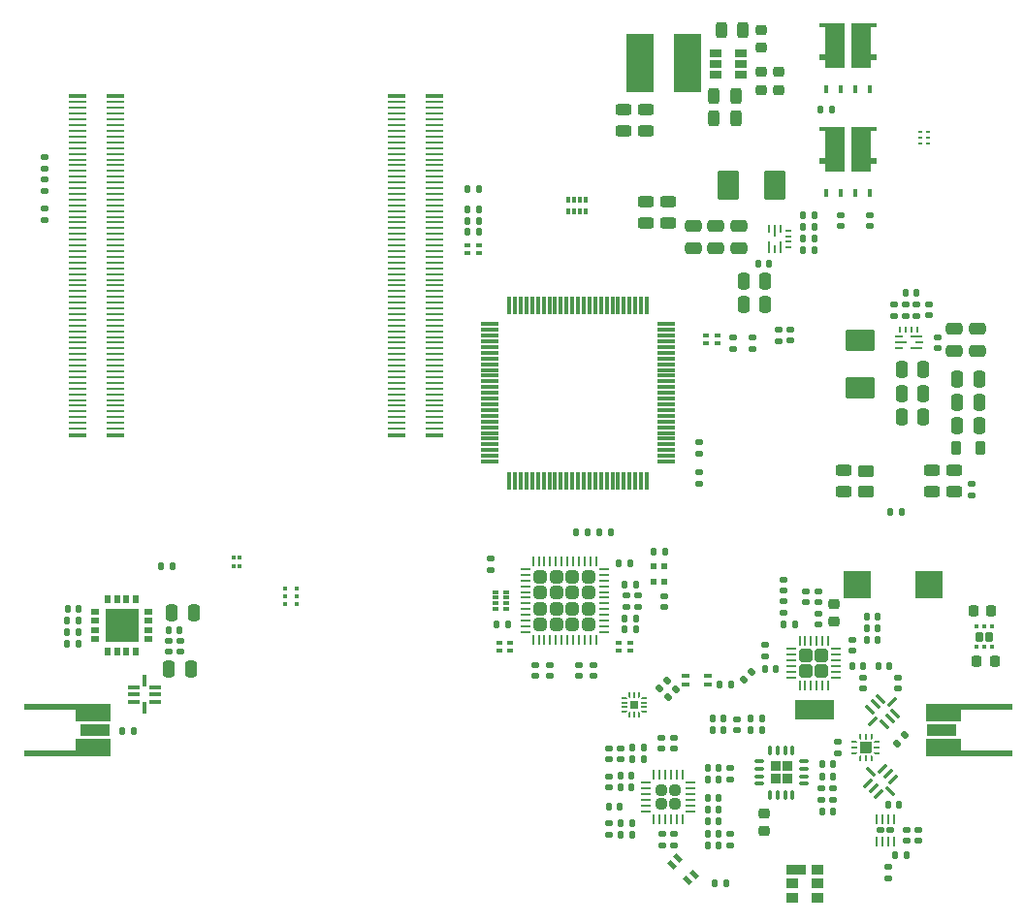
<source format=gtp>
G04 #@! TF.GenerationSoftware,KiCad,Pcbnew,7.0.0-da2b9df05c~171~ubuntu22.04.1*
G04 #@! TF.CreationDate,2023-04-06T22:28:54+03:00*
G04 #@! TF.ProjectId,satnogs-comms,7361746e-6f67-4732-9d63-6f6d6d732e6b,rev?*
G04 #@! TF.SameCoordinates,Original*
G04 #@! TF.FileFunction,Paste,Top*
G04 #@! TF.FilePolarity,Positive*
%FSLAX46Y46*%
G04 Gerber Fmt 4.6, Leading zero omitted, Abs format (unit mm)*
G04 Created by KiCad (PCBNEW 7.0.0-da2b9df05c~171~ubuntu22.04.1) date 2023-04-06 22:28:54*
%MOMM*%
%LPD*%
G01*
G04 APERTURE LIST*
G04 Aperture macros list*
%AMRoundRect*
0 Rectangle with rounded corners*
0 $1 Rounding radius*
0 $2 $3 $4 $5 $6 $7 $8 $9 X,Y pos of 4 corners*
0 Add a 4 corners polygon primitive as box body*
4,1,4,$2,$3,$4,$5,$6,$7,$8,$9,$2,$3,0*
0 Add four circle primitives for the rounded corners*
1,1,$1+$1,$2,$3*
1,1,$1+$1,$4,$5*
1,1,$1+$1,$6,$7*
1,1,$1+$1,$8,$9*
0 Add four rect primitives between the rounded corners*
20,1,$1+$1,$2,$3,$4,$5,0*
20,1,$1+$1,$4,$5,$6,$7,0*
20,1,$1+$1,$6,$7,$8,$9,0*
20,1,$1+$1,$8,$9,$2,$3,0*%
%AMRotRect*
0 Rectangle, with rotation*
0 The origin of the aperture is its center*
0 $1 length*
0 $2 width*
0 $3 Rotation angle, in degrees counterclockwise*
0 Add horizontal line*
21,1,$1,$2,0,0,$3*%
%AMFreePoly0*
4,1,7,1.500000,-0.775000,-1.500000,-0.775000,-1.500000,0.225000,-6.000000,0.225000,-6.000000,0.775000,1.500000,0.775000,1.500000,-0.775000,1.500000,-0.775000,$1*%
%AMFreePoly1*
4,1,8,1.500000,-0.775000,-1.500000,-0.775000,-6.000000,-0.775000,-6.000000,-0.225000,-1.500000,-0.225000,-1.500000,0.775000,1.500000,0.775000,1.500000,-0.775000,1.500000,-0.775000,$1*%
%AMFreePoly2*
4,1,6,0.125000,-0.099500,-0.013000,-0.237500,-0.125000,-0.237500,-0.125000,0.237500,0.125000,0.237500,0.125000,-0.099500,0.125000,-0.099500,$1*%
%AMFreePoly3*
4,1,6,0.125000,0.099500,0.125000,-0.237500,-0.125000,-0.237500,-0.125000,0.237500,-0.013000,0.237500,0.125000,0.099500,0.125000,0.099500,$1*%
%AMFreePoly4*
4,1,36,0.462941,0.544983,0.479174,0.544983,0.492307,0.535440,0.507748,0.530424,0.517290,0.517290,0.530424,0.507748,0.535440,0.492307,0.544983,0.479174,0.544983,0.462941,0.550000,0.447500,0.550000,-0.447500,0.544983,-0.462941,0.544983,-0.479174,0.535440,-0.492307,0.530424,-0.507748,0.517290,-0.517290,0.507748,-0.530424,0.492307,-0.535440,0.479174,-0.544983,0.462941,-0.544983,
0.447500,-0.550000,-0.447500,-0.550000,-0.462941,-0.544983,-0.479174,-0.544983,-0.492307,-0.535440,-0.507748,-0.530424,-0.517290,-0.517290,-0.530424,-0.507748,-0.535440,-0.492307,-0.544983,-0.479174,-0.544983,-0.462941,-0.550000,-0.447500,-0.550000,0.350000,-0.350000,0.550000,0.447500,0.550000,0.462941,0.544983,0.462941,0.544983,$1*%
%AMFreePoly5*
4,1,14,0.155252,0.089749,0.264749,-0.019748,0.275000,-0.044497,0.275000,-0.065000,0.264749,-0.089749,0.240000,-0.100000,-0.240000,-0.100000,-0.264749,-0.089749,-0.275000,-0.065000,-0.275000,0.065000,-0.264749,0.089749,-0.240000,0.100000,0.130503,0.100000,0.155252,0.089749,0.155252,0.089749,$1*%
%AMFreePoly6*
4,1,14,0.264749,0.089749,0.275000,0.065000,0.275000,0.044497,0.264749,0.019748,0.155252,-0.089749,0.130503,-0.100000,-0.240000,-0.100000,-0.264749,-0.089749,-0.275000,-0.065000,-0.275000,0.065000,-0.264749,0.089749,-0.240000,0.100000,0.240000,0.100000,0.264749,0.089749,0.264749,0.089749,$1*%
%AMFreePoly7*
4,1,14,0.089749,0.264749,0.100000,0.240000,0.100000,-0.240000,0.089749,-0.264749,0.065000,-0.275000,-0.065000,-0.275000,-0.089749,-0.264749,-0.100000,-0.240000,-0.100000,0.130503,-0.089749,0.155252,0.019748,0.264749,0.044497,0.275000,0.065000,0.275000,0.089749,0.264749,0.089749,0.264749,$1*%
%AMFreePoly8*
4,1,14,-0.019748,0.264749,0.089749,0.155252,0.100000,0.130503,0.100000,-0.240000,0.089749,-0.264749,0.065000,-0.275000,-0.065000,-0.275000,-0.089749,-0.264749,-0.100000,-0.240000,-0.100000,0.240000,-0.089749,0.264749,-0.065000,0.275000,-0.044497,0.275000,-0.019748,0.264749,-0.019748,0.264749,$1*%
%AMFreePoly9*
4,1,14,0.264749,0.089749,0.275000,0.065000,0.275000,-0.065000,0.264749,-0.089749,0.240000,-0.100000,-0.130503,-0.100000,-0.155252,-0.089749,-0.264749,0.019748,-0.275000,0.044497,-0.275000,0.065000,-0.264749,0.089749,-0.240000,0.100000,0.240000,0.100000,0.264749,0.089749,0.264749,0.089749,$1*%
%AMFreePoly10*
4,1,14,0.264749,0.089749,0.275000,0.065000,0.275000,-0.065000,0.264749,-0.089749,0.240000,-0.100000,-0.240000,-0.100000,-0.264749,-0.089749,-0.275000,-0.065000,-0.275000,-0.044497,-0.264749,-0.019747,-0.155252,0.089749,-0.130503,0.100000,0.240000,0.100000,0.264749,0.089749,0.264749,0.089749,$1*%
%AMFreePoly11*
4,1,14,0.089749,0.264749,0.100000,0.240000,0.100000,-0.130503,0.089749,-0.155252,-0.019748,-0.264749,-0.044497,-0.275000,-0.065000,-0.275000,-0.089749,-0.264749,-0.100000,-0.240000,-0.100000,0.240000,-0.089749,0.264749,-0.065000,0.275000,0.065000,0.275000,0.089749,0.264749,0.089749,0.264749,$1*%
%AMFreePoly12*
4,1,14,0.089749,0.264749,0.100000,0.240000,0.100000,-0.240000,0.089749,-0.264749,0.065000,-0.275000,0.044497,-0.275000,0.019748,-0.264749,-0.089749,-0.155252,-0.100000,-0.130503,-0.100000,0.240000,-0.089749,0.264749,-0.065000,0.275000,0.065000,0.275000,0.089749,0.264749,0.089749,0.264749,$1*%
G04 Aperture macros list end*
%ADD10RoundRect,0.243750X-0.243750X-0.456250X0.243750X-0.456250X0.243750X0.456250X-0.243750X0.456250X0*%
%ADD11RoundRect,0.243750X0.456250X-0.243750X0.456250X0.243750X-0.456250X0.243750X-0.456250X-0.243750X0*%
%ADD12R,2.350000X5.100000*%
%ADD13RoundRect,0.218750X0.256250X-0.218750X0.256250X0.218750X-0.256250X0.218750X-0.256250X-0.218750X0*%
%ADD14RoundRect,0.218750X-0.256250X0.218750X-0.256250X-0.218750X0.256250X-0.218750X0.256250X0.218750X0*%
%ADD15R,2.600000X1.100000*%
%ADD16FreePoly0,180.000000*%
%ADD17FreePoly1,180.000000*%
%ADD18RoundRect,0.147500X-0.147500X-0.172500X0.147500X-0.172500X0.147500X0.172500X-0.147500X0.172500X0*%
%ADD19RoundRect,0.147500X0.017678X-0.226274X0.226274X-0.017678X-0.017678X0.226274X-0.226274X0.017678X0*%
%ADD20FreePoly0,0.000000*%
%ADD21FreePoly1,0.000000*%
%ADD22RoundRect,0.147500X0.172500X-0.147500X0.172500X0.147500X-0.172500X0.147500X-0.172500X-0.147500X0*%
%ADD23RotRect,0.350000X1.000000X45.000000*%
%ADD24RotRect,0.350000X1.000000X315.000000*%
%ADD25RoundRect,0.147500X-0.017678X0.226274X-0.226274X0.017678X0.017678X-0.226274X0.226274X-0.017678X0*%
%ADD26FreePoly2,270.000000*%
%ADD27R,0.475000X0.250000*%
%ADD28FreePoly3,90.000000*%
%ADD29FreePoly2,0.000000*%
%ADD30R,0.250000X0.475000*%
%ADD31FreePoly3,180.000000*%
%ADD32FreePoly2,90.000000*%
%ADD33FreePoly3,270.000000*%
%ADD34FreePoly2,180.000000*%
%ADD35FreePoly3,0.000000*%
%ADD36FreePoly4,180.000000*%
%ADD37RoundRect,0.140000X-0.180000X0.140000X-0.180000X-0.140000X0.180000X-0.140000X0.180000X0.140000X0*%
%ADD38RoundRect,0.062500X-0.062500X0.325000X-0.062500X-0.325000X0.062500X-0.325000X0.062500X0.325000X0*%
%ADD39RoundRect,0.147500X0.147500X0.172500X-0.147500X0.172500X-0.147500X-0.172500X0.147500X-0.172500X0*%
%ADD40R,0.750000X0.400000*%
%ADD41RoundRect,0.147500X-0.172500X0.147500X-0.172500X-0.147500X0.172500X-0.147500X0.172500X0.147500X0*%
%ADD42RoundRect,0.075000X0.075000X-0.725000X0.075000X0.725000X-0.075000X0.725000X-0.075000X-0.725000X0*%
%ADD43RoundRect,0.075000X0.725000X-0.075000X0.725000X0.075000X-0.725000X0.075000X-0.725000X-0.075000X0*%
%ADD44R,2.370000X2.430000*%
%ADD45R,1.060000X0.650000*%
%ADD46R,0.330000X0.410000*%
%ADD47RoundRect,0.140000X-0.140000X-0.170000X0.140000X-0.170000X0.140000X0.170000X-0.140000X0.170000X0*%
%ADD48RoundRect,0.218750X0.218750X0.256250X-0.218750X0.256250X-0.218750X-0.256250X0.218750X-0.256250X0*%
%ADD49RoundRect,0.225000X-0.250000X0.225000X-0.250000X-0.225000X0.250000X-0.225000X0.250000X0.225000X0*%
%ADD50RotRect,0.750000X0.400000X135.000000*%
%ADD51RotRect,0.750000X0.400000X315.000000*%
%ADD52RoundRect,0.250000X-0.335000X-0.335000X0.335000X-0.335000X0.335000X0.335000X-0.335000X0.335000X0*%
%ADD53RoundRect,0.062500X-0.350000X-0.062500X0.350000X-0.062500X0.350000X0.062500X-0.350000X0.062500X0*%
%ADD54RoundRect,0.062500X-0.062500X-0.350000X0.062500X-0.350000X0.062500X0.350000X-0.062500X0.350000X0*%
%ADD55RoundRect,0.075000X0.075000X0.075000X-0.075000X0.075000X-0.075000X-0.075000X0.075000X-0.075000X0*%
%ADD56FreePoly5,180.000000*%
%ADD57RoundRect,0.050000X0.225000X0.050000X-0.225000X0.050000X-0.225000X-0.050000X0.225000X-0.050000X0*%
%ADD58FreePoly6,180.000000*%
%ADD59FreePoly7,180.000000*%
%ADD60RoundRect,0.050000X0.050000X0.225000X-0.050000X0.225000X-0.050000X-0.225000X0.050000X-0.225000X0*%
%ADD61FreePoly8,180.000000*%
%ADD62FreePoly9,180.000000*%
%ADD63FreePoly10,180.000000*%
%ADD64FreePoly11,180.000000*%
%ADD65FreePoly12,180.000000*%
%ADD66R,0.740000X0.740000*%
%ADD67RotRect,0.350000X1.000000X135.000000*%
%ADD68RoundRect,0.250000X0.315000X-0.315000X0.315000X0.315000X-0.315000X0.315000X-0.315000X-0.315000X0*%
%ADD69RoundRect,0.062500X0.062500X-0.375000X0.062500X0.375000X-0.062500X0.375000X-0.062500X-0.375000X0*%
%ADD70RoundRect,0.062500X0.375000X-0.062500X0.375000X0.062500X-0.375000X0.062500X-0.375000X-0.062500X0*%
%ADD71R,0.550000X0.500000*%
%ADD72RoundRect,0.240000X0.240000X-0.240000X0.240000X0.240000X-0.240000X0.240000X-0.240000X-0.240000X0*%
%ADD73RoundRect,0.140000X-0.170000X0.140000X-0.170000X-0.140000X0.170000X-0.140000X0.170000X0.140000X0*%
%ADD74RoundRect,0.140000X0.140000X0.170000X-0.140000X0.170000X-0.140000X-0.170000X0.140000X-0.170000X0*%
%ADD75RoundRect,0.135000X-0.185000X0.135000X-0.185000X-0.135000X0.185000X-0.135000X0.185000X0.135000X0*%
%ADD76RoundRect,0.135000X0.185000X-0.135000X0.185000X0.135000X-0.185000X0.135000X-0.185000X-0.135000X0*%
%ADD77RoundRect,0.135000X0.135000X0.185000X-0.135000X0.185000X-0.135000X-0.185000X0.135000X-0.185000X0*%
%ADD78R,0.500000X0.400000*%
%ADD79R,0.500000X0.300000*%
%ADD80RoundRect,0.227500X-0.227500X-0.227500X0.227500X-0.227500X0.227500X0.227500X-0.227500X0.227500X0*%
%ADD81RoundRect,0.075000X-0.350000X-0.075000X0.350000X-0.075000X0.350000X0.075000X-0.350000X0.075000X0*%
%ADD82RoundRect,0.075000X-0.075000X-0.350000X0.075000X-0.350000X0.075000X0.350000X-0.075000X0.350000X0*%
%ADD83RoundRect,0.250000X0.450000X-0.262500X0.450000X0.262500X-0.450000X0.262500X-0.450000X-0.262500X0*%
%ADD84R,0.300000X0.350000*%
%ADD85RoundRect,0.250000X-0.475000X0.250000X-0.475000X-0.250000X0.475000X-0.250000X0.475000X0.250000X0*%
%ADD86RoundRect,0.250000X-0.250000X-0.475000X0.250000X-0.475000X0.250000X0.475000X-0.250000X0.475000X0*%
%ADD87RoundRect,0.140000X0.170000X-0.140000X0.170000X0.140000X-0.170000X0.140000X-0.170000X-0.140000X0*%
%ADD88R,0.410000X0.720000*%
%ADD89R,1.730000X3.990000*%
%ADD90R,0.470000X0.410000*%
%ADD91R,0.585000X0.510000*%
%ADD92R,0.600000X0.770000*%
%ADD93R,0.770000X0.600000*%
%ADD94R,2.875000X2.875000*%
%ADD95RoundRect,0.135000X-0.135000X-0.185000X0.135000X-0.185000X0.135000X0.185000X-0.135000X0.185000X0*%
%ADD96R,3.400000X1.800000*%
%ADD97RoundRect,0.189500X0.758000X1.060500X-0.758000X1.060500X-0.758000X-1.060500X0.758000X-1.060500X0*%
%ADD98RoundRect,0.050000X0.275000X-0.050000X0.275000X0.050000X-0.275000X0.050000X-0.275000X-0.050000X0*%
%ADD99RoundRect,0.050000X0.450000X-0.050000X0.450000X0.050000X-0.450000X0.050000X-0.450000X-0.050000X0*%
%ADD100RoundRect,0.062500X0.062500X0.212500X-0.062500X0.212500X-0.062500X-0.212500X0.062500X-0.212500X0*%
%ADD101RoundRect,0.062500X-0.062500X-0.212500X0.062500X-0.212500X0.062500X0.212500X-0.062500X0.212500X0*%
%ADD102RoundRect,0.250000X0.250000X0.475000X-0.250000X0.475000X-0.250000X-0.475000X0.250000X-0.475000X0*%
%ADD103RoundRect,0.218750X-0.218750X-0.381250X0.218750X-0.381250X0.218750X0.381250X-0.218750X0.381250X0*%
%ADD104R,1.550000X0.350000*%
%ADD105R,1.550000X0.230000*%
%ADD106R,0.400000X0.500000*%
%ADD107R,0.300000X0.500000*%
%ADD108R,1.700000X0.810000*%
%ADD109R,1.050000X0.810000*%
%ADD110R,0.330000X0.270000*%
%ADD111RoundRect,0.172500X-0.172500X0.262500X-0.172500X-0.262500X0.172500X-0.262500X0.172500X0.262500X0*%
%ADD112RoundRect,0.093750X-0.106250X0.093750X-0.106250X-0.093750X0.106250X-0.093750X0.106250X0.093750X0*%
%ADD113R,1.000000X0.350000*%
%ADD114R,0.350000X1.000000*%
%ADD115RoundRect,0.189500X-1.060500X0.758000X-1.060500X-0.758000X1.060500X-0.758000X1.060500X0.758000X0*%
%ADD116RoundRect,0.050000X-0.050000X-0.275000X0.050000X-0.275000X0.050000X0.275000X-0.050000X0.275000X0*%
%ADD117RoundRect,0.050000X-0.050000X-0.450000X0.050000X-0.450000X0.050000X0.450000X-0.050000X0.450000X0*%
%ADD118RoundRect,0.062500X0.212500X-0.062500X0.212500X0.062500X-0.212500X0.062500X-0.212500X-0.062500X0*%
%ADD119RoundRect,0.062500X-0.212500X0.062500X-0.212500X-0.062500X0.212500X-0.062500X0.212500X0.062500X0*%
G04 APERTURE END LIST*
D10*
X144728000Y-64531700D03*
X146603000Y-64531700D03*
X144728000Y-62631700D03*
X146603000Y-62631700D03*
X145341100Y-56813700D03*
X147216100Y-56813700D03*
D11*
X138755500Y-65669200D03*
X138755500Y-63794200D03*
X136804400Y-65669200D03*
X136804400Y-63794200D03*
D12*
X142430499Y-59731699D03*
X138280499Y-59731699D03*
D13*
X148844000Y-62077700D03*
X148844000Y-60502700D03*
D14*
X150393400Y-60502800D03*
X150393400Y-62077800D03*
D15*
X164554999Y-118008399D03*
D16*
X164755000Y-119533400D03*
D17*
X164755000Y-116483400D03*
D18*
X147929600Y-116992400D03*
X148899600Y-116992400D03*
X145209400Y-114020600D03*
X146179400Y-114020600D03*
D19*
X147332653Y-113550700D03*
X148018547Y-112864806D03*
D11*
X138750000Y-73708500D03*
X138750000Y-71833500D03*
X140731200Y-73708500D03*
X140731200Y-71833500D03*
X163754500Y-97178000D03*
X163754500Y-95303000D03*
X165704500Y-97178000D03*
X165704500Y-95303000D03*
D15*
X90703399Y-118008399D03*
D20*
X90503400Y-116483400D03*
D21*
X90503400Y-119533400D03*
D18*
X88255900Y-109448800D03*
X89225900Y-109448800D03*
X156766400Y-112369600D03*
X157736400Y-112369600D03*
D22*
X149174200Y-111508400D03*
X149174200Y-110538400D03*
D23*
X159246322Y-115235983D03*
X158786703Y-115695603D03*
X158327083Y-116155222D03*
D24*
X158574571Y-117180527D03*
D23*
X159599876Y-117428015D03*
X160059495Y-116968395D03*
X160519115Y-116508776D03*
D24*
X160271627Y-115483471D03*
D25*
X161404347Y-118427453D03*
X160718453Y-119113347D03*
D22*
X155501340Y-119989600D03*
X155501340Y-119019600D03*
D26*
X158925100Y-119994300D03*
D27*
X158925099Y-119494299D03*
D28*
X158925100Y-118994300D03*
D29*
X158462600Y-118531800D03*
D30*
X157962599Y-118531799D03*
D31*
X157462600Y-118531800D03*
D32*
X157000100Y-118994300D03*
D27*
X157000099Y-119494299D03*
D33*
X157000100Y-119994300D03*
D34*
X157462600Y-120456800D03*
D30*
X157962599Y-120456799D03*
D35*
X158462600Y-120456800D03*
D36*
X157962600Y-119494300D03*
D18*
X160548600Y-128879600D03*
X161518600Y-128879600D03*
D37*
X160064400Y-126720600D03*
X159264400Y-126720600D03*
D38*
X160414400Y-125758100D03*
X159914400Y-125758100D03*
X159414400Y-125758100D03*
X158914400Y-125758100D03*
X158914400Y-127683100D03*
X159414400Y-127683100D03*
X159914400Y-127683100D03*
X160414400Y-127683100D03*
D22*
X162534600Y-127635000D03*
X162534600Y-126665000D03*
X161505900Y-127635000D03*
X161505900Y-126665000D03*
D18*
X88253500Y-108432800D03*
X89223500Y-108432800D03*
D39*
X89225900Y-110464800D03*
X88255900Y-110464800D03*
X94035000Y-118035000D03*
X93065000Y-118035000D03*
D25*
X141363700Y-114376200D03*
X140677806Y-115062094D03*
D11*
X156000000Y-97178000D03*
X156000000Y-95303000D03*
D40*
X144180199Y-114026899D03*
X144180199Y-113226899D03*
X142230199Y-113226899D03*
X142230199Y-114026899D03*
D39*
X145544400Y-116992400D03*
X144574400Y-116992400D03*
D22*
X146750900Y-117985400D03*
X146750900Y-117015400D03*
D18*
X96441400Y-103632000D03*
X97411400Y-103632000D03*
D14*
X148844000Y-56819700D03*
X148844000Y-58394700D03*
D41*
X160769300Y-113357800D03*
X160769300Y-114327800D03*
D18*
X159052400Y-112382300D03*
X160022400Y-112382300D03*
D41*
X157734000Y-113357800D03*
X157734000Y-114327800D03*
D42*
X126842000Y-96194000D03*
X127342000Y-96194000D03*
X127842000Y-96194000D03*
X128342000Y-96194000D03*
X128842000Y-96194000D03*
X129342000Y-96194000D03*
X129842000Y-96194000D03*
X130342000Y-96194000D03*
X130842000Y-96194000D03*
X131342000Y-96194000D03*
X131842000Y-96194000D03*
X132342000Y-96194000D03*
X132842000Y-96194000D03*
X133342000Y-96194000D03*
X133842000Y-96194000D03*
X134342000Y-96194000D03*
X134842000Y-96194000D03*
X135342000Y-96194000D03*
X135842000Y-96194000D03*
X136342000Y-96194000D03*
X136842000Y-96194000D03*
X137342000Y-96194000D03*
X137842000Y-96194000D03*
X138342000Y-96194000D03*
X138842000Y-96194000D03*
D43*
X140517000Y-94519000D03*
X140517000Y-94019000D03*
X140517000Y-93519000D03*
X140517000Y-93019000D03*
X140517000Y-92519000D03*
X140517000Y-92019000D03*
X140517000Y-91519000D03*
X140517000Y-91019000D03*
X140517000Y-90519000D03*
X140517000Y-90019000D03*
X140517000Y-89519000D03*
X140517000Y-89019000D03*
X140517000Y-88519000D03*
X140517000Y-88019000D03*
X140517000Y-87519000D03*
X140517000Y-87019000D03*
X140517000Y-86519000D03*
X140517000Y-86019000D03*
X140517000Y-85519000D03*
X140517000Y-85019000D03*
X140517000Y-84519000D03*
X140517000Y-84019000D03*
X140517000Y-83519000D03*
X140517000Y-83019000D03*
X140517000Y-82519000D03*
D42*
X138842000Y-80844000D03*
X138342000Y-80844000D03*
X137842000Y-80844000D03*
X137342000Y-80844000D03*
X136842000Y-80844000D03*
X136342000Y-80844000D03*
X135842000Y-80844000D03*
X135342000Y-80844000D03*
X134842000Y-80844000D03*
X134342000Y-80844000D03*
X133842000Y-80844000D03*
X133342000Y-80844000D03*
X132842000Y-80844000D03*
X132342000Y-80844000D03*
X131842000Y-80844000D03*
X131342000Y-80844000D03*
X130842000Y-80844000D03*
X130342000Y-80844000D03*
X129842000Y-80844000D03*
X129342000Y-80844000D03*
X128842000Y-80844000D03*
X128342000Y-80844000D03*
X127842000Y-80844000D03*
X127342000Y-80844000D03*
X126842000Y-80844000D03*
D43*
X125167000Y-82519000D03*
X125167000Y-83019000D03*
X125167000Y-83519000D03*
X125167000Y-84019000D03*
X125167000Y-84519000D03*
X125167000Y-85019000D03*
X125167000Y-85519000D03*
X125167000Y-86019000D03*
X125167000Y-86519000D03*
X125167000Y-87019000D03*
X125167000Y-87519000D03*
X125167000Y-88019000D03*
X125167000Y-88519000D03*
X125167000Y-89019000D03*
X125167000Y-89519000D03*
X125167000Y-90019000D03*
X125167000Y-90519000D03*
X125167000Y-91019000D03*
X125167000Y-91519000D03*
X125167000Y-92019000D03*
X125167000Y-92519000D03*
X125167000Y-93019000D03*
X125167000Y-93519000D03*
X125167000Y-94019000D03*
X125167000Y-94519000D03*
D44*
X157249999Y-105299999D03*
X163489999Y-105299999D03*
D39*
X148899600Y-118008400D03*
X147929600Y-118008400D03*
D22*
X146126200Y-122252600D03*
X146126200Y-121282600D03*
X167182800Y-97462200D03*
X167182800Y-96492200D03*
D39*
X161089200Y-98907600D03*
X160119200Y-98907600D03*
D45*
X144855499Y-58875699D03*
X144855499Y-59825699D03*
X144855499Y-60775699D03*
X147055499Y-60775699D03*
X147055499Y-59825699D03*
X147055499Y-58875699D03*
D46*
X107304999Y-105634999D03*
X107304999Y-106284999D03*
X107304999Y-106934999D03*
X108294999Y-106934999D03*
X108294999Y-106284999D03*
X108294999Y-105634999D03*
D47*
X144808000Y-131381500D03*
X145768000Y-131381500D03*
D41*
X129108200Y-112291000D03*
X129108200Y-113261000D03*
D22*
X130378200Y-113258600D03*
X130378200Y-112288600D03*
X159918400Y-130914000D03*
X159918400Y-129944000D03*
D48*
X169214900Y-111970600D03*
X167639900Y-111970600D03*
X168934900Y-107570600D03*
X167359900Y-107570600D03*
D41*
X155130500Y-123088400D03*
X155130500Y-124058400D03*
D18*
X154137500Y-121996200D03*
X155107500Y-121996200D03*
X154137500Y-125082300D03*
X155107500Y-125082300D03*
D41*
X154114500Y-123088400D03*
X154114500Y-124058400D03*
D39*
X155107500Y-120929400D03*
X154137500Y-120929400D03*
D49*
X149110700Y-125209000D03*
X149110700Y-126759000D03*
D50*
X142392585Y-131109171D03*
X142958271Y-130543485D03*
X141579413Y-129164627D03*
D51*
X141013727Y-129730313D03*
D52*
X152759700Y-111457300D03*
X152759700Y-112807300D03*
X154109700Y-111457300D03*
X154109700Y-112807300D03*
D53*
X151472200Y-110882300D03*
X151472200Y-111382300D03*
X151472200Y-111882300D03*
X151472200Y-112382300D03*
X151472200Y-112882300D03*
X151472200Y-113382300D03*
D54*
X152184700Y-114094800D03*
X152684700Y-114094800D03*
X153184700Y-114094800D03*
X153684700Y-114094800D03*
X154184700Y-114094800D03*
X154684700Y-114094800D03*
D53*
X155397200Y-113382300D03*
X155397200Y-112882300D03*
X155397200Y-112382300D03*
X155397200Y-111882300D03*
X155397200Y-111382300D03*
X155397200Y-110882300D03*
D54*
X154684700Y-110169800D03*
X154184700Y-110169800D03*
X153684700Y-110169800D03*
X153184700Y-110169800D03*
X152684700Y-110169800D03*
X152184700Y-110169800D03*
D22*
X153810000Y-106815000D03*
X153810000Y-105845000D03*
D18*
X150800000Y-108750100D03*
X151770000Y-108750100D03*
X158035000Y-109040000D03*
X159005000Y-109040000D03*
X158035000Y-108040000D03*
X159005000Y-108040000D03*
D39*
X159004000Y-110070900D03*
X158034000Y-110070900D03*
D22*
X153810000Y-108758100D03*
X153810000Y-107788100D03*
X150800000Y-107711100D03*
X150800000Y-106741100D03*
D41*
X152768600Y-105845000D03*
X152768600Y-106815000D03*
D22*
X150800000Y-105780700D03*
X150800000Y-104810700D03*
D25*
X140652547Y-113677653D03*
X139966653Y-114363547D03*
D55*
X137927080Y-115960320D03*
X137927080Y-115590320D03*
X137557080Y-115960320D03*
X137557080Y-115590320D03*
D56*
X138617080Y-116375320D03*
D57*
X138617080Y-115975320D03*
X138617080Y-115575320D03*
D58*
X138617080Y-115175320D03*
D59*
X138142080Y-114900320D03*
D60*
X137742080Y-114900320D03*
D61*
X137342080Y-114900320D03*
D62*
X136867080Y-115175320D03*
D57*
X136867080Y-115575320D03*
X136867080Y-115975320D03*
D63*
X136867080Y-116375320D03*
D64*
X137342080Y-116650320D03*
D60*
X137742080Y-116650320D03*
D65*
X138142080Y-116650320D03*
D66*
X137742079Y-115775319D03*
D41*
X132918200Y-112288600D03*
X132918200Y-113258600D03*
X134188200Y-112291000D03*
X134188200Y-113261000D03*
D67*
X158161983Y-122630176D03*
X158621603Y-123089795D03*
X159081222Y-123549415D03*
D23*
X160106527Y-123301927D03*
D67*
X160354015Y-122276622D03*
X159894395Y-121817003D03*
X159434776Y-121357383D03*
D23*
X158409471Y-121604871D03*
D18*
X125727600Y-108712000D03*
X126697600Y-108712000D03*
D22*
X138125000Y-107210000D03*
X138125000Y-106240000D03*
D39*
X137873600Y-108200000D03*
X136903600Y-108200000D03*
D18*
X139443600Y-102412800D03*
X140413600Y-102412800D03*
D68*
X129560900Y-108754600D03*
X130960900Y-108754600D03*
X132360900Y-108754600D03*
X133760900Y-108754600D03*
X129560900Y-107354600D03*
X130960900Y-107354600D03*
X132360900Y-107354600D03*
X133760900Y-107354600D03*
X129560900Y-105954600D03*
X130960900Y-105954600D03*
X132360900Y-105954600D03*
X133760900Y-105954600D03*
X129560900Y-104554600D03*
X130960900Y-104554600D03*
X132360900Y-104554600D03*
X133760900Y-104554600D03*
D69*
X128910900Y-110092100D03*
X129410900Y-110092100D03*
X129910900Y-110092100D03*
X130410900Y-110092100D03*
X130910900Y-110092100D03*
X131410900Y-110092100D03*
X131910900Y-110092100D03*
X132410900Y-110092100D03*
X132910900Y-110092100D03*
X133410900Y-110092100D03*
X133910900Y-110092100D03*
X134410900Y-110092100D03*
D70*
X135098400Y-109404600D03*
X135098400Y-108904600D03*
X135098400Y-108404600D03*
X135098400Y-107904600D03*
X135098400Y-107404600D03*
X135098400Y-106904600D03*
X135098400Y-106404600D03*
X135098400Y-105904600D03*
X135098400Y-105404600D03*
X135098400Y-104904600D03*
X135098400Y-104404600D03*
X135098400Y-103904600D03*
D69*
X134410900Y-103217100D03*
X133910900Y-103217100D03*
X133410900Y-103217100D03*
X132910900Y-103217100D03*
X132410900Y-103217100D03*
X131910900Y-103217100D03*
X131410900Y-103217100D03*
X130910900Y-103217100D03*
X130410900Y-103217100D03*
X129910900Y-103217100D03*
X129410900Y-103217100D03*
X128910900Y-103217100D03*
D70*
X128223400Y-103904600D03*
X128223400Y-104404600D03*
X128223400Y-104904600D03*
X128223400Y-105404600D03*
X128223400Y-105904600D03*
X128223400Y-106404600D03*
X128223400Y-106904600D03*
X128223400Y-107404600D03*
X128223400Y-107904600D03*
X128223400Y-108404600D03*
X128223400Y-108904600D03*
X128223400Y-109404600D03*
D22*
X137100000Y-107210000D03*
X137100000Y-106240000D03*
X140385800Y-107215800D03*
X140385800Y-106245800D03*
D39*
X137391000Y-103378000D03*
X136421000Y-103378000D03*
D71*
X139453599Y-103643199D03*
X139453599Y-105043199D03*
X140403599Y-105043199D03*
X140403599Y-103643199D03*
D39*
X137873600Y-105250000D03*
X136903600Y-105250000D03*
D18*
X136903600Y-109194600D03*
X137873600Y-109194600D03*
D39*
X160886000Y-124510800D03*
X159916000Y-124510800D03*
X137541000Y-126098300D03*
X136571000Y-126098300D03*
X145112600Y-121250000D03*
X144142600Y-121250000D03*
D41*
X140157200Y-118638600D03*
X140157200Y-119608600D03*
D18*
X136550400Y-121970800D03*
X137520400Y-121970800D03*
D39*
X137541000Y-127139700D03*
X136571000Y-127139700D03*
D41*
X140195300Y-127048400D03*
X140195300Y-128018400D03*
D39*
X145125300Y-124904500D03*
X144155300Y-124904500D03*
D18*
X144574400Y-118008400D03*
X145544400Y-118008400D03*
D41*
X135557400Y-126134000D03*
X135557400Y-127104000D03*
D72*
X140124800Y-124396500D03*
X141274800Y-124396500D03*
X140124800Y-123246500D03*
X141274800Y-123246500D03*
D69*
X139449800Y-125759000D03*
X139949800Y-125759000D03*
X140449800Y-125759000D03*
X140949800Y-125759000D03*
X141449800Y-125759000D03*
X141949800Y-125759000D03*
D70*
X142637300Y-125071500D03*
X142637300Y-124571500D03*
X142637300Y-124071500D03*
X142637300Y-123571500D03*
X142637300Y-123071500D03*
X142637300Y-122571500D03*
D69*
X141949800Y-121884000D03*
X141449800Y-121884000D03*
X140949800Y-121884000D03*
X140449800Y-121884000D03*
X139949800Y-121884000D03*
X139449800Y-121884000D03*
D70*
X138762300Y-122571500D03*
X138762300Y-123071500D03*
X138762300Y-123571500D03*
X138762300Y-124071500D03*
X138762300Y-124571500D03*
X138762300Y-125071500D03*
D22*
X135559800Y-120517780D03*
X135559800Y-119547780D03*
D18*
X135519300Y-124622560D03*
X136489300Y-124622560D03*
D22*
X141224000Y-119608600D03*
X141224000Y-118638600D03*
D18*
X137614800Y-119524780D03*
X138584800Y-119524780D03*
D39*
X138584800Y-120540780D03*
X137614800Y-120540780D03*
X145125300Y-125920500D03*
X144155300Y-125920500D03*
X145125300Y-123888500D03*
X144155300Y-123888500D03*
X137520400Y-122986800D03*
X136550400Y-122986800D03*
D41*
X135562200Y-121993800D03*
X135562200Y-122963800D03*
D22*
X141211300Y-128018400D03*
X141211300Y-127048400D03*
X136575800Y-120517780D03*
X136575800Y-119547780D03*
D39*
X145110700Y-122250000D03*
X144140700Y-122250000D03*
D18*
X149171800Y-112610900D03*
X150141800Y-112610900D03*
X144142600Y-128066800D03*
X145112600Y-128066800D03*
X144140200Y-127025400D03*
X145110200Y-127025400D03*
D22*
X146113500Y-128031100D03*
X146113500Y-127061100D03*
D41*
X156756100Y-110068500D03*
X156756100Y-111038500D03*
D13*
X155170000Y-108507500D03*
X155170000Y-106932500D03*
D73*
X158292800Y-73002200D03*
X158292800Y-73962200D03*
D74*
X154988200Y-63800000D03*
X154028200Y-63800000D03*
D75*
X86309200Y-67892200D03*
X86309200Y-68912200D03*
D76*
X86309200Y-73408000D03*
X86309200Y-72388000D03*
X86309200Y-70918800D03*
X86309200Y-69898800D03*
D77*
X135688800Y-100711000D03*
X134668800Y-100711000D03*
X133682200Y-100711000D03*
X132662200Y-100711000D03*
D75*
X125196600Y-102995000D03*
X125196600Y-104015000D03*
D78*
X125610999Y-105904599D03*
D79*
X125610999Y-106404599D03*
X125610999Y-106904599D03*
D78*
X125610999Y-107404599D03*
X126610999Y-107404599D03*
D79*
X126610999Y-106904599D03*
X126610999Y-106404599D03*
D78*
X126610999Y-105904599D03*
D73*
X164225000Y-83655000D03*
X164225000Y-84615000D03*
D80*
X150071600Y-121141000D03*
X150071600Y-122191000D03*
X151121600Y-121141000D03*
X151121600Y-122191000D03*
D81*
X148646600Y-120691000D03*
X148646600Y-121341000D03*
X148646600Y-121991000D03*
X148646600Y-122641000D03*
D82*
X149621600Y-123616000D03*
X150271600Y-123616000D03*
X150921600Y-123616000D03*
X151571600Y-123616000D03*
D81*
X152546600Y-122641000D03*
X152546600Y-121991000D03*
X152546600Y-121341000D03*
X152546600Y-120691000D03*
D82*
X151571600Y-119716000D03*
X150921600Y-119716000D03*
X150271600Y-119716000D03*
X149621600Y-119716000D03*
D83*
X157992700Y-97153000D03*
X157992700Y-95328000D03*
D84*
X103289999Y-103629999D03*
X102789999Y-103629999D03*
X103289999Y-102909999D03*
X102789999Y-102909999D03*
D85*
X144900000Y-73960000D03*
X144900000Y-75860000D03*
D41*
X151350000Y-82992500D03*
X151350000Y-83962500D03*
D86*
X97119400Y-112623600D03*
X99019400Y-112623600D03*
D41*
X148082000Y-83690600D03*
X148082000Y-84660600D03*
D87*
X97129600Y-111122400D03*
X97129600Y-110162400D03*
D88*
X154508199Y-71068199D03*
X155778199Y-71068199D03*
X157048199Y-71068199D03*
X158318199Y-71068199D03*
D89*
X155298199Y-67273199D03*
X157528199Y-67273199D03*
D90*
X158628199Y-65482199D03*
X154198199Y-65482199D03*
D91*
X154141199Y-68275199D03*
X158685199Y-68275199D03*
D92*
X94199999Y-106509999D03*
X93399999Y-106509999D03*
X92599999Y-106509999D03*
X91799999Y-106509999D03*
D93*
X90684999Y-107624999D03*
X90684999Y-108424999D03*
X90684999Y-109224999D03*
X90684999Y-110024999D03*
D92*
X91799999Y-111139999D03*
X92599999Y-111139999D03*
X93399999Y-111139999D03*
X94199999Y-111139999D03*
D93*
X95314999Y-110024999D03*
X95314999Y-109224999D03*
X95314999Y-108424999D03*
X95314999Y-107624999D03*
D94*
X92999999Y-108824999D03*
D95*
X152465000Y-73035000D03*
X153485000Y-73035000D03*
D96*
X153466799Y-116179599D03*
D97*
X150020000Y-70360000D03*
X145925000Y-70360000D03*
D98*
X160850000Y-83635000D03*
D99*
X161025000Y-84135000D03*
D98*
X160850000Y-84635000D03*
D99*
X162425000Y-84635000D03*
D98*
X162600000Y-84135000D03*
D99*
X162425000Y-83635000D03*
D100*
X162475000Y-82960000D03*
X161975000Y-82960000D03*
X161475000Y-82960000D03*
D101*
X160975000Y-82960000D03*
D74*
X149505000Y-77210000D03*
X148545000Y-77210000D03*
D86*
X161100000Y-90660000D03*
X163000000Y-90660000D03*
D47*
X152495000Y-76035000D03*
X153455000Y-76035000D03*
D78*
X144049999Y-83509999D03*
X144049999Y-84209999D03*
X145049999Y-84209999D03*
X145049999Y-83509999D03*
D88*
X154514999Y-61995499D03*
X155784999Y-61995499D03*
X157054999Y-61995499D03*
X158324999Y-61995499D03*
D89*
X155304999Y-58200499D03*
X157534999Y-58200499D03*
D90*
X158634999Y-56409499D03*
X154204999Y-56409499D03*
D91*
X154147999Y-59202499D03*
X158691999Y-59202499D03*
D41*
X146380200Y-83690600D03*
X146380200Y-84660600D03*
D18*
X123213000Y-74472800D03*
X124183000Y-74472800D03*
D75*
X162425000Y-80775000D03*
X162425000Y-81795000D03*
D78*
X125941199Y-110343199D03*
X125941199Y-111043199D03*
X126941199Y-111043199D03*
X126941199Y-110343199D03*
D102*
X167875000Y-89360000D03*
X165975000Y-89360000D03*
D85*
X167750000Y-82935000D03*
X167750000Y-84835000D03*
D86*
X161100000Y-86510000D03*
X163000000Y-86510000D03*
D103*
X165837500Y-93310000D03*
X167962500Y-93310000D03*
D75*
X161425000Y-80775000D03*
X161425000Y-81795000D03*
D78*
X137397999Y-111062999D03*
X137397999Y-110362999D03*
X136397999Y-110362999D03*
X136397999Y-111062999D03*
D104*
X89187199Y-92202999D03*
X92487199Y-92202999D03*
X116987199Y-92202999D03*
X120287199Y-92202999D03*
D105*
X89187199Y-91642999D03*
X92487199Y-91642999D03*
X116987199Y-91642999D03*
X120287199Y-91642999D03*
X89187199Y-91142999D03*
X92487199Y-91142999D03*
X116987199Y-91142999D03*
X120287199Y-91142999D03*
X89187199Y-90642999D03*
X92487199Y-90642999D03*
X116987199Y-90642999D03*
X120287199Y-90642999D03*
X89187199Y-90142999D03*
X92487199Y-90142999D03*
X116987199Y-90142999D03*
X120287199Y-90142999D03*
X89187199Y-89642999D03*
X92487199Y-89642999D03*
X116987199Y-89642999D03*
X120287199Y-89642999D03*
X89187199Y-89142999D03*
X92487199Y-89142999D03*
X116987199Y-89142999D03*
X120287199Y-89142999D03*
X89187199Y-88642999D03*
X92487199Y-88642999D03*
X116987199Y-88642999D03*
X120287199Y-88642999D03*
X89187199Y-88142999D03*
X92487199Y-88142999D03*
X116987199Y-88142999D03*
X120287199Y-88142999D03*
X89187199Y-87642999D03*
X92487199Y-87642999D03*
X116987199Y-87642999D03*
X120287199Y-87642999D03*
X89187199Y-87142999D03*
X92487199Y-87142999D03*
X116987199Y-87142999D03*
X120287199Y-87142999D03*
X89187199Y-86642999D03*
X92487199Y-86642999D03*
X116987199Y-86642999D03*
X120287199Y-86642999D03*
X89187199Y-86142999D03*
X92487199Y-86142999D03*
X116987199Y-86142999D03*
X120287199Y-86142999D03*
X89187199Y-85642999D03*
X92487199Y-85642999D03*
X116987199Y-85642999D03*
X120287199Y-85642999D03*
X89187199Y-85142999D03*
X92487199Y-85142999D03*
X116987199Y-85142999D03*
X120287199Y-85142999D03*
X89187199Y-84642999D03*
X92487199Y-84642999D03*
X116987199Y-84642999D03*
X120287199Y-84642999D03*
X89187199Y-84142999D03*
X92487199Y-84142999D03*
X116987199Y-84142999D03*
X120287199Y-84142999D03*
X89187199Y-83642999D03*
X92487199Y-83642999D03*
X116987199Y-83642999D03*
X120287199Y-83642999D03*
X89187199Y-83142999D03*
X92487199Y-83142999D03*
X116987199Y-83142999D03*
X120287199Y-83142999D03*
X89187199Y-82642999D03*
X92487199Y-82642999D03*
X116987199Y-82642999D03*
X120287199Y-82642999D03*
X89187199Y-82142999D03*
X92487199Y-82142999D03*
X116987199Y-82142999D03*
X120287199Y-82142999D03*
X89187199Y-81642999D03*
X92487199Y-81642999D03*
X116987199Y-81642999D03*
X120287199Y-81642999D03*
X89187199Y-81142999D03*
X92487199Y-81142999D03*
X116987199Y-81142999D03*
X120287199Y-81142999D03*
X89187199Y-80642999D03*
X92487199Y-80642999D03*
X116987199Y-80642999D03*
X120287199Y-80642999D03*
X89187199Y-80142999D03*
X92487199Y-80142999D03*
X116987199Y-80142999D03*
X120287199Y-80142999D03*
X89187199Y-79642999D03*
X92487199Y-79642999D03*
X116987199Y-79642999D03*
X120287199Y-79642999D03*
X89187199Y-79142999D03*
X92487199Y-79142999D03*
X116987199Y-79142999D03*
X120287199Y-79142999D03*
X89187199Y-78642999D03*
X92487199Y-78642999D03*
X116987199Y-78642999D03*
X120287199Y-78642999D03*
X89187199Y-78142999D03*
X92487199Y-78142999D03*
X116987199Y-78142999D03*
X120287199Y-78142999D03*
X89187199Y-77642999D03*
X92487199Y-77642999D03*
X116987199Y-77642999D03*
X120287199Y-77642999D03*
X89187199Y-77142999D03*
X92487199Y-77142999D03*
X116987199Y-77142999D03*
X120287199Y-77142999D03*
X89187199Y-76642999D03*
X92487199Y-76642999D03*
X116987199Y-76642999D03*
X120287199Y-76642999D03*
X89187199Y-76142999D03*
X92487199Y-76142999D03*
X116987199Y-76142999D03*
X120287199Y-76142999D03*
X89187199Y-75642999D03*
X92487199Y-75642999D03*
X116987199Y-75642999D03*
X120287199Y-75642999D03*
X89187199Y-75142999D03*
X92487199Y-75142999D03*
X116987199Y-75142999D03*
X120287199Y-75142999D03*
X89187199Y-74642999D03*
X92487199Y-74642999D03*
X116987199Y-74642999D03*
X120287199Y-74642999D03*
X89187199Y-74142999D03*
X92487199Y-74142999D03*
X116987199Y-74142999D03*
X120287199Y-74142999D03*
X89187199Y-73642999D03*
X92487199Y-73642999D03*
X116987199Y-73642999D03*
X120287199Y-73642999D03*
X89187199Y-73142999D03*
X92487199Y-73142999D03*
X116987199Y-73142999D03*
X120287199Y-73142999D03*
X89187199Y-72642999D03*
X92487199Y-72642999D03*
X116987199Y-72642999D03*
X120287199Y-72642999D03*
X89187199Y-72142999D03*
X92487199Y-72142999D03*
X116987199Y-72142999D03*
X120287199Y-72142999D03*
X89187199Y-71642999D03*
X92487199Y-71642999D03*
X116987199Y-71642999D03*
X120287199Y-71642999D03*
X89187199Y-71142999D03*
X92487199Y-71142999D03*
X116987199Y-71142999D03*
X120287199Y-71142999D03*
X89187199Y-70642999D03*
X92487199Y-70642999D03*
X116987199Y-70642999D03*
X120287199Y-70642999D03*
X89187199Y-70142999D03*
X92487199Y-70142999D03*
X116987199Y-70142999D03*
X120287199Y-70142999D03*
X89187199Y-69642999D03*
X92487199Y-69642999D03*
X116987199Y-69642999D03*
X120287199Y-69642999D03*
X89187199Y-69142999D03*
X92487199Y-69142999D03*
X116987199Y-69142999D03*
X120287199Y-69142999D03*
X89187199Y-68642999D03*
X92487199Y-68642999D03*
X116987199Y-68642999D03*
X120287199Y-68642999D03*
X89187199Y-68142999D03*
X92487199Y-68142999D03*
X116987199Y-68142999D03*
X120287199Y-68142999D03*
X89187199Y-67642999D03*
X92487199Y-67642999D03*
X116987199Y-67642999D03*
X120287199Y-67642999D03*
X89187199Y-67142999D03*
X92487199Y-67142999D03*
X116987199Y-67142999D03*
X120287199Y-67142999D03*
X89187199Y-66642999D03*
X92487199Y-66642999D03*
X116987199Y-66642999D03*
X120287199Y-66642999D03*
X89187199Y-66142999D03*
X92487199Y-66142999D03*
X116987199Y-66142999D03*
X120287199Y-66142999D03*
X89187199Y-65642999D03*
X92487199Y-65642999D03*
X116987199Y-65642999D03*
X120287199Y-65642999D03*
X89187199Y-65142999D03*
X92487199Y-65142999D03*
X116987199Y-65142999D03*
X120287199Y-65142999D03*
X89187199Y-64642999D03*
X92487199Y-64642999D03*
X116987199Y-64642999D03*
X120287199Y-64642999D03*
X89187199Y-64142999D03*
X92487199Y-64142999D03*
X116987199Y-64142999D03*
X120287199Y-64142999D03*
X89187199Y-63642999D03*
X92487199Y-63642999D03*
X116987199Y-63642999D03*
X120287199Y-63642999D03*
X89187199Y-63142999D03*
X92487199Y-63142999D03*
X116987199Y-63142999D03*
X120287199Y-63142999D03*
D104*
X89187199Y-62582999D03*
X92487199Y-62582999D03*
X116987199Y-62582999D03*
X120287199Y-62582999D03*
D106*
X133479999Y-71629999D03*
D107*
X132979999Y-71629999D03*
X132479999Y-71629999D03*
D106*
X131979999Y-71629999D03*
X131979999Y-72629999D03*
D107*
X132479999Y-72629999D03*
X132979999Y-72629999D03*
D106*
X133479999Y-72629999D03*
D78*
X123172599Y-75609999D03*
X123172599Y-76309999D03*
X124172599Y-76309999D03*
X124172599Y-75609999D03*
D85*
X146925000Y-73960000D03*
X146925000Y-75860000D03*
D108*
X151899999Y-130194999D03*
D109*
X151574999Y-131384999D03*
X151574999Y-132574999D03*
X153724999Y-132574999D03*
X153724999Y-131384999D03*
X153724999Y-130194999D03*
D85*
X165725000Y-82935000D03*
X165725000Y-84835000D03*
X142875000Y-73960000D03*
X142875000Y-75860000D03*
D110*
X163369999Y-66759999D03*
X163369999Y-66259999D03*
X163369999Y-65759999D03*
X162689999Y-65759999D03*
X162689999Y-66259999D03*
X162689999Y-66759999D03*
D87*
X98120200Y-111145400D03*
X98120200Y-110185400D03*
D102*
X99298800Y-107696000D03*
X97398800Y-107696000D03*
D47*
X161420000Y-79785000D03*
X162380000Y-79785000D03*
X88260900Y-107416800D03*
X89220900Y-107416800D03*
D86*
X161100000Y-88585000D03*
X163000000Y-88585000D03*
D77*
X153485000Y-74035000D03*
X152465000Y-74035000D03*
X153485000Y-75035000D03*
X152465000Y-75035000D03*
D102*
X167875000Y-87335000D03*
X165975000Y-87335000D03*
D87*
X163475000Y-81765000D03*
X163475000Y-80805000D03*
D76*
X160425000Y-81795000D03*
X160425000Y-80775000D03*
D102*
X149200000Y-80760000D03*
X147300000Y-80760000D03*
D75*
X143450000Y-95450000D03*
X143450000Y-96470000D03*
D73*
X155752800Y-73002200D03*
X155752800Y-73962200D03*
D102*
X149200000Y-78735000D03*
X147300000Y-78735000D03*
D111*
X168700400Y-109804200D03*
X167900400Y-109804200D03*
D112*
X168950400Y-108916700D03*
X168300400Y-108916700D03*
X167650400Y-108916700D03*
X167650400Y-110691700D03*
X168300400Y-110691700D03*
X168950400Y-110691700D03*
D75*
X143450000Y-92800000D03*
X143450000Y-93820000D03*
D113*
X94099999Y-114209999D03*
X94099999Y-114859999D03*
X94099999Y-115509999D03*
D114*
X94999999Y-116059999D03*
D113*
X95899999Y-115509999D03*
X95899999Y-114859999D03*
X95899999Y-114209999D03*
D114*
X94999999Y-113659999D03*
D95*
X123162600Y-73482200D03*
X124182600Y-73482200D03*
D115*
X157475000Y-83962500D03*
X157475000Y-88057500D03*
D102*
X167875000Y-91385000D03*
X165975000Y-91385000D03*
D75*
X150359400Y-82967500D03*
X150359400Y-83987500D03*
D18*
X123213000Y-72517000D03*
X124183000Y-72517000D03*
X123213000Y-70764400D03*
X124183000Y-70764400D03*
D116*
X150500000Y-74210000D03*
D117*
X150000000Y-74385000D03*
D116*
X149500000Y-74210000D03*
D117*
X149500000Y-75785000D03*
D116*
X150000000Y-75960000D03*
D117*
X150500000Y-75785000D03*
D118*
X151175000Y-75835000D03*
X151175000Y-75335000D03*
X151175000Y-74835000D03*
D119*
X151175000Y-74335000D03*
D74*
X98066800Y-109220000D03*
X97106800Y-109220000D03*
M02*

</source>
